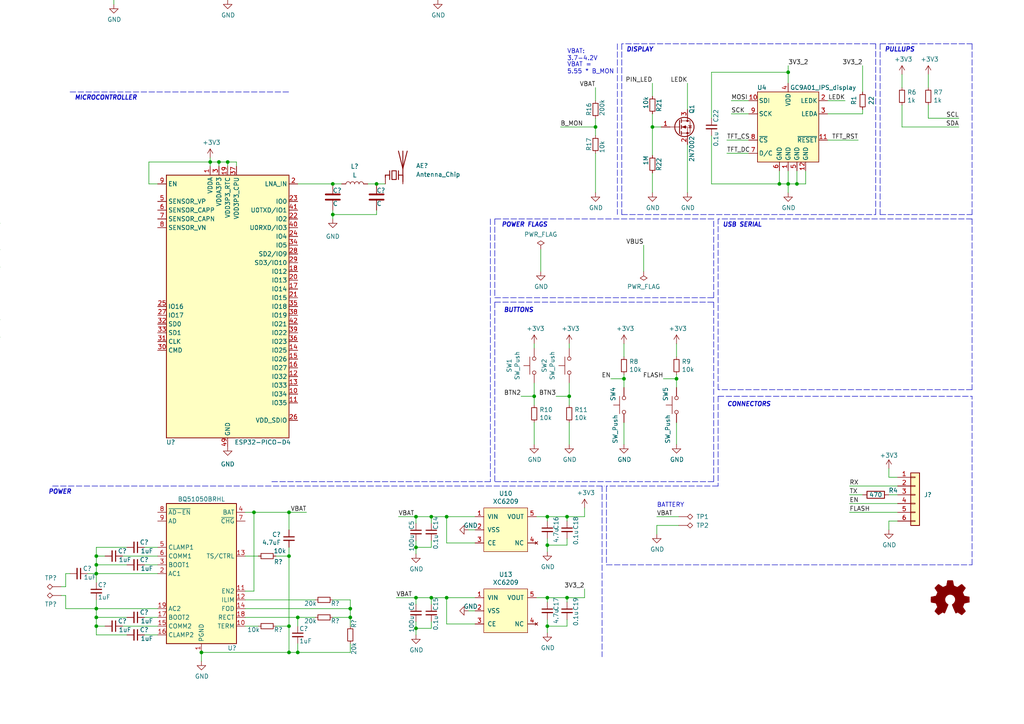
<source format=kicad_sch>
(kicad_sch (version 20210621) (generator eeschema)
  (paper "A4")
  (title_block (title "Open-Smartwatch-Light") (date "2021-02-18") (rev "3.3"))
  (junction (at -31.75 57.15) (diameter 0.9144))
  (junction (at -31.75 97.79) (diameter 0.9144))
  (junction (at 27.94 161.29) (diameter 0.9144))
  (junction (at 27.94 163.83) (diameter 0.9144))
  (junction (at 27.94 166.37) (diameter 0.9144))
  (junction (at 27.94 176.53) (diameter 0.9144))
  (junction (at 27.94 179.07) (diameter 0.9144))
  (junction (at 27.94 181.61) (diameter 0.9144))
  (junction (at 33.02 -33.02) (diameter 0.9144))
  (junction (at 33.02 -1.27) (diameter 0.9144))
  (junction (at 48.26 -33.02) (diameter 0.9144))
  (junction (at 48.26 -20.32) (diameter 0.9144))
  (junction (at 58.42 189.23) (diameter 0.9144))
  (junction (at 60.96 46.99) (diameter 0.9144))
  (junction (at 63.5 46.99) (diameter 0.9144))
  (junction (at 66.04 -1.27) (diameter 0.9144))
  (junction (at 66.04 46.99) (diameter 0.9144))
  (junction (at 71.12 -34.29) (diameter 0.9144))
  (junction (at 71.12 -1.27) (diameter 0.9144))
  (junction (at 73.66 148.59) (diameter 0.9144))
  (junction (at 83.82 148.59) (diameter 0.9144))
  (junction (at 83.82 161.29) (diameter 0.9144))
  (junction (at 83.82 181.61) (diameter 0.9144))
  (junction (at 83.82 189.23) (diameter 0.9144))
  (junction (at 86.36 179.07) (diameter 0.9144))
  (junction (at 86.36 189.23) (diameter 0.9144))
  (junction (at 87.63 -34.29) (diameter 0.9144))
  (junction (at 90.17 -34.29) (diameter 0.9144))
  (junction (at 96.52 53.34) (diameter 0.9144))
  (junction (at 96.52 62.23) (diameter 0.9144))
  (junction (at 101.6 176.53) (diameter 0.9144))
  (junction (at 101.6 179.07) (diameter 0.9144))
  (junction (at 102.87 -17.78) (diameter 0.9144))
  (junction (at 109.22 53.34) (diameter 0.9144))
  (junction (at 120.65 149.86) (diameter 0.9144))
  (junction (at 120.65 158.75) (diameter 0.9144))
  (junction (at 120.65 173.355) (diameter 0.9144))
  (junction (at 120.65 182.245) (diameter 0.9144))
  (junction (at 125.095 149.86) (diameter 0.9144))
  (junction (at 125.095 173.355) (diameter 0.9144))
  (junction (at 127 -34.29) (diameter 0.9144))
  (junction (at 127 -1.27) (diameter 0.9144))
  (junction (at 129.54 -34.29) (diameter 0.9144))
  (junction (at 129.54 -1.27) (diameter 0.9144))
  (junction (at 129.54 149.86) (diameter 0.9144))
  (junction (at 129.54 173.355) (diameter 0.9144))
  (junction (at 146.685 -1.27) (diameter 0.9144))
  (junction (at 154.94 114.935) (diameter 0.9144))
  (junction (at 158.75 149.86) (diameter 0.9144))
  (junction (at 158.75 158.115) (diameter 0.9144))
  (junction (at 158.75 173.355) (diameter 0.9144))
  (junction (at 158.75 181.61) (diameter 0.9144))
  (junction (at 164.465 149.86) (diameter 0.9144))
  (junction (at 164.465 173.355) (diameter 0.9144))
  (junction (at 165.1 114.935) (diameter 0.9144))
  (junction (at 172.72 36.83) (diameter 0.9144))
  (junction (at 180.975 109.855) (diameter 0.9144))
  (junction (at 189.23 36.83) (diameter 0.9144))
  (junction (at 196.215 109.855) (diameter 0.9144))
  (junction (at 226.06 53.34) (diameter 0.9144))
  (junction (at 228.6 20.955) (diameter 0.9144))
  (junction (at 228.6 53.34) (diameter 0.9144))
  (junction (at 231.14 53.34) (diameter 0.9144))
  (no_connect (at 45.72 -17.78))
  (no_connect (at 45.72 -15.24))
  (no_connect (at 144.78 -20.32))
  (no_connect (at 144.78 -17.78))
  (wire (pts (xy -41.91 57.15) (xy -31.75 57.15)))
  (wire (pts (xy -41.91 62.23) (xy -41.91 57.15)))
  (wire (pts (xy -41.91 67.31) (xy -41.91 97.79)))
  (wire (pts (xy -41.91 97.79) (xy -31.75 97.79)))
  (wire (pts (xy -38.1 85.09) (xy -29.21 85.09)))
  (wire (pts (xy -38.1 87.63) (xy -29.21 87.63)))
  (wire (pts (xy -38.1 90.17) (xy -29.21 90.17)))
  (wire (pts (xy -38.1 92.71) (xy -29.21 92.71)))
  (wire (pts (xy -31.75 57.15) (xy -31.75 54.61)))
  (wire (pts (xy -31.75 97.79) (xy -31.75 100.33)))
  (wire (pts (xy -29.21 57.15) (xy -31.75 57.15)))
  (wire (pts (xy -29.21 59.69) (xy -33.02 59.69)))
  (wire (pts (xy -29.21 67.31) (xy -35.56 67.31)))
  (wire (pts (xy -29.21 69.85) (xy -35.56 69.85)))
  (wire (pts (xy -29.21 74.93) (xy -38.1 74.93)))
  (wire (pts (xy -29.21 77.47) (xy -38.1 77.47)))
  (wire (pts (xy -29.21 80.01) (xy -34.29 80.01)))
  (wire (pts (xy -29.21 82.55) (xy -34.29 82.55)))
  (wire (pts (xy -29.21 97.79) (xy -31.75 97.79)))
  (wire (pts (xy -8.89 57.15) (xy -0.635 57.15)))
  (wire (pts (xy -8.89 64.77) (xy 0 64.77)))
  (wire (pts (xy -8.89 72.39) (xy 0 72.39)))
  (wire (pts (xy -8.89 74.93) (xy -2.54 74.93)))
  (wire (pts (xy -8.89 77.47) (xy 0 77.47)))
  (wire (pts (xy -8.89 87.63) (xy -2.54 87.63)))
  (wire (pts (xy -8.89 90.17) (xy -2.54 90.17)))
  (wire (pts (xy -8.89 97.79) (xy 0 97.79)))
  (wire (pts (xy 0 92.71) (xy -8.89 92.71)))
  (wire (pts (xy 16.51 -22.86) (xy 20.32 -22.86)))
  (wire (pts (xy 16.51 -20.32) (xy 20.32 -20.32)))
  (wire (pts (xy 17.78 170.18) (xy 19.05 170.18)))
  (wire (pts (xy 17.78 172.72) (xy 19.05 172.72)))
  (wire (pts (xy 19.05 166.37) (xy 19.05 170.18)))
  (wire (pts (xy 19.05 166.37) (xy 20.32 166.37)))
  (wire (pts (xy 19.05 172.72) (xy 19.05 176.53)))
  (wire (pts (xy 19.05 176.53) (xy 27.94 176.53)))
  (wire (pts (xy 25.4 166.37) (xy 27.94 166.37)))
  (wire (pts (xy 27.94 158.75) (xy 36.83 158.75)))
  (wire (pts (xy 27.94 161.29) (xy 27.94 158.75)))
  (wire (pts (xy 27.94 161.29) (xy 27.94 163.83)))
  (wire (pts (xy 27.94 163.83) (xy 27.94 166.37)))
  (wire (pts (xy 27.94 163.83) (xy 36.83 163.83)))
  (wire (pts (xy 27.94 166.37) (xy 45.72 166.37)))
  (wire (pts (xy 27.94 168.91) (xy 27.94 166.37)))
  (wire (pts (xy 27.94 173.99) (xy 27.94 176.53)))
  (wire (pts (xy 27.94 176.53) (xy 45.72 176.53)))
  (wire (pts (xy 27.94 179.07) (xy 27.94 176.53)))
  (wire (pts (xy 27.94 179.07) (xy 36.83 179.07)))
  (wire (pts (xy 27.94 181.61) (xy 27.94 179.07)))
  (wire (pts (xy 27.94 181.61) (xy 30.48 181.61)))
  (wire (pts (xy 27.94 184.15) (xy 27.94 181.61)))
  (wire (pts (xy 30.48 -33.02) (xy 30.48 -27.94)))
  (wire (pts (xy 30.48 161.29) (xy 27.94 161.29)))
  (wire (pts (xy 33.02 -34.29) (xy 33.02 -33.02)))
  (wire (pts (xy 33.02 -33.02) (xy 30.48 -33.02)))
  (wire (pts (xy 33.02 -33.02) (xy 33.02 -27.94)))
  (wire (pts (xy 33.02 -33.02) (xy 48.26 -33.02)))
  (wire (pts (xy 33.02 -1.27) (xy 33.02 -7.62)))
  (wire (pts (xy 33.02 1.27) (xy 33.02 -1.27)))
  (wire (pts (xy 35.56 161.29) (xy 45.72 161.29)))
  (wire (pts (xy 35.56 181.61) (xy 45.72 181.61)))
  (wire (pts (xy 36.83 184.15) (xy 27.94 184.15)))
  (wire (pts (xy 41.91 158.75) (xy 45.72 158.75)))
  (wire (pts (xy 41.91 163.83) (xy 45.72 163.83)))
  (wire (pts (xy 41.91 179.07) (xy 45.72 179.07)))
  (wire (pts (xy 41.91 184.15) (xy 45.72 184.15)))
  (wire (pts (xy 43.18 46.99) (xy 43.18 53.34)))
  (wire (pts (xy 43.18 53.34) (xy 45.72 53.34)))
  (wire (pts (xy 45.72 -20.32) (xy 48.26 -20.32)))
  (wire (pts (xy 48.26 -33.02) (xy 48.26 -29.21)))
  (wire (pts (xy 48.26 -33.02) (xy 52.07 -33.02)))
  (wire (pts (xy 48.26 -24.13) (xy 48.26 -20.32)))
  (wire (pts (xy 48.26 -20.32) (xy 48.26 -6.35)))
  (wire (pts (xy 52.07 -33.02) (xy 52.07 -31.75)))
  (wire (pts (xy 52.07 -26.67) (xy 52.07 -1.27)))
  (wire (pts (xy 52.07 -1.27) (xy 33.02 -1.27)))
  (wire (pts (xy 58.42 189.23) (xy 83.82 189.23)))
  (wire (pts (xy 58.42 191.77) (xy 58.42 189.23)))
  (wire (pts (xy 60.96 45.72) (xy 60.96 46.99)))
  (wire (pts (xy 60.96 46.99) (xy 43.18 46.99)))
  (wire (pts (xy 60.96 46.99) (xy 60.96 48.26)))
  (wire (pts (xy 60.96 46.99) (xy 63.5 46.99)))
  (wire (pts (xy 63.5 46.99) (xy 63.5 48.26)))
  (wire (pts (xy 63.5 46.99) (xy 66.04 46.99)))
  (wire (pts (xy 66.04 -34.29) (xy 71.12 -34.29)))
  (wire (pts (xy 66.04 -33.02) (xy 66.04 -34.29)))
  (wire (pts (xy 66.04 -2.54) (xy 66.04 -1.27)))
  (wire (pts (xy 66.04 -1.27) (xy 66.04 0)))
  (wire (pts (xy 66.04 -1.27) (xy 71.12 -1.27)))
  (wire (pts (xy 66.04 46.99) (xy 66.04 48.26)))
  (wire (pts (xy 68.58 46.99) (xy 66.04 46.99)))
  (wire (pts (xy 68.58 48.26) (xy 68.58 46.99)))
  (wire (pts (xy 71.12 -35.56) (xy 71.12 -34.29)))
  (wire (pts (xy 71.12 -34.29) (xy 71.12 -33.02)))
  (wire (pts (xy 71.12 -34.29) (xy 87.63 -34.29)))
  (wire (pts (xy 71.12 -2.54) (xy 71.12 -1.27)))
  (wire (pts (xy 71.12 -1.27) (xy 92.71 -1.27)))
  (wire (pts (xy 71.12 148.59) (xy 73.66 148.59)))
  (wire (pts (xy 71.12 161.29) (xy 74.93 161.29)))
  (wire (pts (xy 71.12 171.45) (xy 73.66 171.45)))
  (wire (pts (xy 71.12 173.99) (xy 91.44 173.99)))
  (wire (pts (xy 71.12 176.53) (xy 101.6 176.53)))
  (wire (pts (xy 71.12 179.07) (xy 86.36 179.07)))
  (wire (pts (xy 71.12 181.61) (xy 74.93 181.61)))
  (wire (pts (xy 73.66 148.59) (xy 73.66 171.45)))
  (wire (pts (xy 73.66 148.59) (xy 83.82 148.59)))
  (wire (pts (xy 80.01 181.61) (xy 83.82 181.61)))
  (wire (pts (xy 83.82 -25.4) (xy 87.63 -25.4)))
  (wire (pts (xy 83.82 -10.16) (xy 90.17 -10.16)))
  (wire (pts (xy 83.82 148.59) (xy 83.82 153.67)))
  (wire (pts (xy 83.82 148.59) (xy 88.9 148.59)))
  (wire (pts (xy 83.82 158.75) (xy 83.82 161.29)))
  (wire (pts (xy 83.82 161.29) (xy 80.01 161.29)))
  (wire (pts (xy 83.82 181.61) (xy 83.82 161.29)))
  (wire (pts (xy 83.82 181.61) (xy 83.82 189.23)))
  (wire (pts (xy 83.82 189.23) (xy 86.36 189.23)))
  (wire (pts (xy 86.36 53.34) (xy 96.52 53.34)))
  (wire (pts (xy 86.36 179.07) (xy 86.36 181.61)))
  (wire (pts (xy 86.36 179.07) (xy 91.44 179.07)))
  (wire (pts (xy 86.36 186.69) (xy 86.36 189.23)))
  (wire (pts (xy 86.36 189.23) (xy 101.6 189.23)))
  (wire (pts (xy 87.63 -34.29) (xy 87.63 -25.4)))
  (wire (pts (xy 87.63 -34.29) (xy 90.17 -34.29)))
  (wire (pts (xy 87.63 -20.32) (xy 83.82 -20.32)))
  (wire (pts (xy 87.63 -15.24) (xy 83.82 -15.24)))
  (wire (pts (xy 90.17 -34.29) (xy 90.17 -10.16)))
  (wire (pts (xy 90.17 -34.29) (xy 92.71 -34.29)))
  (wire (pts (xy 92.71 -34.29) (xy 92.71 -30.48)))
  (wire (pts (xy 92.71 -25.4) (xy 92.71 -1.27)))
  (wire (pts (xy 96.52 53.34) (xy 99.06 53.34)))
  (wire (pts (xy 96.52 62.23) (xy 96.52 60.96)))
  (wire (pts (xy 96.52 62.23) (xy 96.52 63.5)))
  (wire (pts (xy 96.52 173.99) (xy 101.6 173.99)))
  (wire (pts (xy 96.52 179.07) (xy 101.6 179.07)))
  (wire (pts (xy 101.6 173.99) (xy 101.6 176.53)))
  (wire (pts (xy 101.6 176.53) (xy 101.6 179.07)))
  (wire (pts (xy 101.6 179.07) (xy 101.6 181.61)))
  (wire (pts (xy 101.6 189.23) (xy 101.6 186.69)))
  (wire (pts (xy 102.87 -34.29) (xy 127 -34.29)))
  (wire (pts (xy 102.87 -17.78) (xy 102.87 -34.29)))
  (wire (pts (xy 102.87 -15.24) (xy 102.87 -17.78)))
  (wire (pts (xy 105.41 -22.86) (xy 109.22 -22.86)))
  (wire (pts (xy 105.41 -20.32) (xy 109.22 -20.32)))
  (wire (pts (xy 106.68 53.34) (xy 109.22 53.34)))
  (wire (pts (xy 109.22 -17.78) (xy 102.87 -17.78)))
  (wire (pts (xy 109.22 -15.24) (xy 102.87 -15.24)))
  (wire (pts (xy 109.22 53.34) (xy 111.76 53.34)))
  (wire (pts (xy 109.22 60.96) (xy 109.22 62.23)))
  (wire (pts (xy 109.22 62.23) (xy 96.52 62.23)))
  (wire (pts (xy 114.935 173.355) (xy 120.65 173.355)))
  (wire (pts (xy 115.57 149.86) (xy 120.65 149.86)))
  (wire (pts (xy 120.65 149.86) (xy 120.65 151.765)))
  (wire (pts (xy 120.65 149.86) (xy 125.095 149.86)))
  (wire (pts (xy 120.65 156.845) (xy 120.65 158.75)))
  (wire (pts (xy 120.65 158.75) (xy 120.65 160.655)))
  (wire (pts (xy 120.65 158.75) (xy 125.095 158.75)))
  (wire (pts (xy 120.65 173.355) (xy 120.65 175.26)))
  (wire (pts (xy 120.65 173.355) (xy 125.095 173.355)))
  (wire (pts (xy 120.65 180.34) (xy 120.65 182.245)))
  (wire (pts (xy 120.65 182.245) (xy 120.65 184.15)))
  (wire (pts (xy 120.65 182.245) (xy 125.095 182.245)))
  (wire (pts (xy 125.095 149.86) (xy 125.095 151.765)))
  (wire (pts (xy 125.095 149.86) (xy 129.54 149.86)))
  (wire (pts (xy 125.095 158.75) (xy 125.095 156.845)))
  (wire (pts (xy 125.095 173.355) (xy 125.095 175.26)))
  (wire (pts (xy 125.095 173.355) (xy 129.54 173.355)))
  (wire (pts (xy 125.095 182.245) (xy 125.095 180.34)))
  (wire (pts (xy 127 -36.195) (xy 127 -34.29)))
  (wire (pts (xy 127 -34.29) (xy 127 -33.02)))
  (wire (pts (xy 127 -34.29) (xy 129.54 -34.29)))
  (wire (pts (xy 127 -1.27) (xy 127 -2.54)))
  (wire (pts (xy 127 0) (xy 127 -1.27)))
  (wire (pts (xy 129.54 -34.29) (xy 129.54 -33.02)))
  (wire (pts (xy 129.54 -34.29) (xy 157.48 -34.29)))
  (wire (pts (xy 129.54 -2.54) (xy 129.54 -1.27)))
  (wire (pts (xy 129.54 -1.27) (xy 127 -1.27)))
  (wire (pts (xy 129.54 -1.27) (xy 146.685 -1.27)))
  (wire (pts (xy 129.54 149.86) (xy 129.54 157.48)))
  (wire (pts (xy 129.54 149.86) (xy 137.795 149.86)))
  (wire (pts (xy 129.54 173.355) (xy 129.54 180.975)))
  (wire (pts (xy 129.54 173.355) (xy 137.795 173.355)))
  (wire (pts (xy 135.89 153.67) (xy 137.795 153.67)))
  (wire (pts (xy 135.89 177.165) (xy 137.795 177.165)))
  (wire (pts (xy 137.795 157.48) (xy 129.54 157.48)))
  (wire (pts (xy 137.795 180.975) (xy 129.54 180.975)))
  (wire (pts (xy 144.78 -22.86) (xy 154.305 -22.86)))
  (wire (pts (xy 144.78 -12.7) (xy 146.685 -12.7)))
  (wire (pts (xy 146.685 -12.7) (xy 146.685 -9.525)))
  (wire (pts (xy 146.685 -4.445) (xy 146.685 -1.27)))
  (wire (pts (xy 146.685 -1.27) (xy 157.48 -1.27)))
  (wire (pts (xy 151.13 114.935) (xy 154.94 114.935)))
  (wire (pts (xy 154.94 100.965) (xy 154.94 99.695)))
  (wire (pts (xy 154.94 111.125) (xy 154.94 114.935)))
  (wire (pts (xy 154.94 114.935) (xy 154.94 117.475)))
  (wire (pts (xy 154.94 128.905) (xy 154.94 122.555)))
  (wire (pts (xy 155.575 149.86) (xy 158.75 149.86)))
  (wire (pts (xy 155.575 173.355) (xy 158.75 173.355)))
  (wire (pts (xy 156.845 72.39) (xy 156.845 78.74)))
  (wire (pts (xy 157.48 -34.29) (xy 157.48 -33.02)))
  (wire (pts (xy 157.48 -27.94) (xy 157.48 -1.27)))
  (wire (pts (xy 158.75 149.86) (xy 158.75 151.13)))
  (wire (pts (xy 158.75 149.86) (xy 164.465 149.86)))
  (wire (pts (xy 158.75 156.21) (xy 158.75 158.115)))
  (wire (pts (xy 158.75 158.115) (xy 158.75 160.02)))
  (wire (pts (xy 158.75 173.355) (xy 158.75 174.625)))
  (wire (pts (xy 158.75 173.355) (xy 164.465 173.355)))
  (wire (pts (xy 158.75 179.705) (xy 158.75 181.61)))
  (wire (pts (xy 158.75 181.61) (xy 158.75 183.515)))
  (wire (pts (xy 161.29 114.935) (xy 165.1 114.935)))
  (wire (pts (xy 164.465 149.86) (xy 164.465 151.13)))
  (wire (pts (xy 164.465 149.86) (xy 169.545 149.86)))
  (wire (pts (xy 164.465 156.21) (xy 164.465 158.115)))
  (wire (pts (xy 164.465 158.115) (xy 158.75 158.115)))
  (wire (pts (xy 164.465 173.355) (xy 164.465 174.625)))
  (wire (pts (xy 164.465 173.355) (xy 169.545 173.355)))
  (wire (pts (xy 164.465 179.705) (xy 164.465 181.61)))
  (wire (pts (xy 164.465 181.61) (xy 158.75 181.61)))
  (wire (pts (xy 165.1 99.695) (xy 165.1 100.965)))
  (wire (pts (xy 165.1 114.935) (xy 165.1 111.125)))
  (wire (pts (xy 165.1 117.475) (xy 165.1 114.935)))
  (wire (pts (xy 165.1 128.905) (xy 165.1 122.555)))
  (wire (pts (xy 169.545 147.32) (xy 169.545 149.86)))
  (wire (pts (xy 169.545 173.355) (xy 169.545 170.815)))
  (wire (pts (xy 172.72 29.21) (xy 172.72 25.4)))
  (wire (pts (xy 172.72 34.29) (xy 172.72 36.83)))
  (wire (pts (xy 172.72 36.83) (xy 162.56 36.83)))
  (wire (pts (xy 172.72 36.83) (xy 172.72 39.37)))
  (wire (pts (xy 172.72 44.45) (xy 172.72 55.88)))
  (wire (pts (xy 177.165 109.855) (xy 180.975 109.855)))
  (wire (pts (xy 180.975 99.695) (xy 180.975 103.505)))
  (wire (pts (xy 180.975 109.855) (xy 180.975 108.585)))
  (wire (pts (xy 180.975 112.395) (xy 180.975 109.855)))
  (wire (pts (xy 180.975 128.905) (xy 180.975 122.555)))
  (wire (pts (xy 186.69 78.74) (xy 186.69 71.12)))
  (wire (pts (xy 189.23 24.13) (xy 189.23 27.94)))
  (wire (pts (xy 189.23 33.02) (xy 189.23 36.83)))
  (wire (pts (xy 189.23 36.83) (xy 189.23 45.085)))
  (wire (pts (xy 189.23 36.83) (xy 191.77 36.83)))
  (wire (pts (xy 189.23 55.88) (xy 189.23 50.165)))
  (wire (pts (xy 190.5 152.4) (xy 190.5 154.94)))
  (wire (pts (xy 196.215 103.505) (xy 196.215 99.695)))
  (wire (pts (xy 196.215 108.585) (xy 196.215 109.855)))
  (wire (pts (xy 196.215 109.855) (xy 192.405 109.855)))
  (wire (pts (xy 196.215 109.855) (xy 196.215 112.395)))
  (wire (pts (xy 196.215 128.905) (xy 196.215 122.555)))
  (wire (pts (xy 196.85 149.86) (xy 190.5 149.86)))
  (wire (pts (xy 196.85 152.4) (xy 190.5 152.4)))
  (wire (pts (xy 199.39 24.13) (xy 199.39 31.75)))
  (wire (pts (xy 199.39 55.88) (xy 199.39 41.91)))
  (wire (pts (xy 206.375 20.955) (xy 206.375 34.29)))
  (wire (pts (xy 206.375 39.37) (xy 206.375 53.34)))
  (wire (pts (xy 206.375 53.34) (xy 226.06 53.34)))
  (wire (pts (xy 217.17 29.21) (xy 212.09 29.21)))
  (wire (pts (xy 217.17 33.02) (xy 212.09 33.02)))
  (wire (pts (xy 217.17 40.64) (xy 210.82 40.64)))
  (wire (pts (xy 217.17 44.45) (xy 210.82 44.45)))
  (wire (pts (xy 226.06 49.53) (xy 226.06 53.34)))
  (wire (pts (xy 228.6 19.05) (xy 228.6 20.955)))
  (wire (pts (xy 228.6 20.955) (xy 206.375 20.955)))
  (wire (pts (xy 228.6 20.955) (xy 228.6 24.13)))
  (wire (pts (xy 228.6 49.53) (xy 228.6 53.34)))
  (wire (pts (xy 228.6 53.34) (xy 226.06 53.34)))
  (wire (pts (xy 228.6 53.34) (xy 228.6 55.88)))
  (wire (pts (xy 231.14 49.53) (xy 231.14 53.34)))
  (wire (pts (xy 231.14 53.34) (xy 228.6 53.34)))
  (wire (pts (xy 233.68 49.53) (xy 233.68 53.34)))
  (wire (pts (xy 233.68 53.34) (xy 231.14 53.34)))
  (wire (pts (xy 240.03 40.64) (xy 248.92 40.64)))
  (wire (pts (xy 245.11 29.21) (xy 240.03 29.21)))
  (wire (pts (xy 246.38 140.97) (xy 260.35 140.97)))
  (wire (pts (xy 246.38 143.51) (xy 250.19 143.51)))
  (wire (pts (xy 246.38 146.05) (xy 260.35 146.05)))
  (wire (pts (xy 246.38 148.59) (xy 260.35 148.59)))
  (wire (pts (xy 250.19 26.67) (xy 250.19 19.05)))
  (wire (pts (xy 250.19 31.75) (xy 250.19 33.02)))
  (wire (pts (xy 250.19 33.02) (xy 240.03 33.02)))
  (wire (pts (xy 257.81 135.89) (xy 257.81 138.43)))
  (wire (pts (xy 257.81 138.43) (xy 260.35 138.43)))
  (wire (pts (xy 257.81 143.51) (xy 260.35 143.51)))
  (wire (pts (xy 257.81 151.13) (xy 260.35 151.13)))
  (wire (pts (xy 257.81 153.67) (xy 257.81 151.13)))
  (wire (pts (xy 261.62 21.59) (xy 261.62 25.4)))
  (wire (pts (xy 261.62 30.48) (xy 261.62 36.83)))
  (wire (pts (xy 261.62 36.83) (xy 278.13 36.83)))
  (wire (pts (xy 269.24 21.59) (xy 269.24 25.4)))
  (wire (pts (xy 269.24 30.48) (xy 269.24 34.29)))
  (wire (pts (xy 269.24 34.29) (xy 278.13 34.29)))
  (polyline (pts (xy 15.24 140.97) (xy 175.26 140.97)) (stroke (width 0) (type dash)))
  (polyline (pts (xy 20.32 26.67) (xy 83.82 26.67)) (stroke (width 0) (type dash)))
  (polyline (pts (xy 142.24 63.5) (xy 142.24 139.7)) (stroke (width 0) (type dash)))
  (polyline (pts (xy 142.24 139.7) (xy 78.74 139.7)) (stroke (width 0) (type dash)))
  (polyline (pts (xy 143.51 63.5) (xy 143.51 86.36)) (stroke (width 0) (type dash)))
  (polyline (pts (xy 143.51 86.36) (xy 207.01 86.36)) (stroke (width 0) (type dash)))
  (polyline (pts (xy 143.51 87.63) (xy 143.51 139.7)) (stroke (width 0) (type dash)))
  (polyline (pts (xy 143.51 87.63) (xy 207.01 87.63)) (stroke (width 0) (type dash)))
  (polyline (pts (xy 174.625 140.97) (xy 174.625 190.5)) (stroke (width 0) (type dash)))
  (polyline (pts (xy 175.895 140.97) (xy 175.895 163.83)) (stroke (width 0) (type dash)))
  (polyline (pts (xy 175.895 163.83) (xy 281.94 163.83)) (stroke (width 0) (type dash)))
  (polyline (pts (xy 179.07 12.7) (xy 179.07 62.23)) (stroke (width 0) (type dash)))
  (polyline (pts (xy 180.34 12.7) (xy 180.34 62.23)) (stroke (width 0) (type dash)))
  (polyline (pts (xy 180.34 62.23) (xy 254 62.23)) (stroke (width 0) (type dash)))
  (polyline (pts (xy 207.01 63.5) (xy 143.51 63.5)) (stroke (width 0) (type dash)))
  (polyline (pts (xy 207.01 86.36) (xy 207.01 63.5)) (stroke (width 0) (type dash)))
  (polyline (pts (xy 207.01 87.63) (xy 207.01 139.7)) (stroke (width 0) (type dash)))
  (polyline (pts (xy 207.01 139.7) (xy 143.51 139.7)) (stroke (width 0) (type dash)))
  (polyline (pts (xy 208.28 113.03) (xy 208.28 63.5)) (stroke (width 0) (type dash)))
  (polyline (pts (xy 208.28 114.935) (xy 208.28 140.97)) (stroke (width 0) (type dash)))
  (polyline (pts (xy 208.28 114.935) (xy 281.94 114.935)) (stroke (width 0) (type dash)))
  (polyline (pts (xy 208.28 140.97) (xy 175.895 140.97)) (stroke (width 0) (type dash)))
  (polyline (pts (xy 254 12.7) (xy 180.34 12.7)) (stroke (width 0) (type dash)))
  (polyline (pts (xy 254 62.23) (xy 254 12.7)) (stroke (width 0) (type dash)))
  (polyline (pts (xy 255.27 12.7) (xy 255.27 62.23)) (stroke (width 0) (type dash)))
  (polyline (pts (xy 255.27 12.7) (xy 281.94 12.7)) (stroke (width 0) (type dash)))
  (polyline (pts (xy 255.27 62.23) (xy 281.94 62.23)) (stroke (width 0) (type dash)))
  (polyline (pts (xy 281.94 12.7) (xy 281.94 62.23)) (stroke (width 0) (type dash)))
  (polyline (pts (xy 281.94 63.5) (xy 208.28 63.5)) (stroke (width 0) (type dash)))
  (polyline (pts (xy 281.94 63.5) (xy 281.94 113.03)) (stroke (width 0) (type dash)))
  (polyline (pts (xy 281.94 113.03) (xy 208.28 113.03)) (stroke (width 0) (type dash)))
  (polyline (pts (xy 281.94 163.83) (xy 281.94 114.935)) (stroke (width 0) (type dash)))
  (text "POWER" (at 13.97 143.51 0) (effects (font (size 1.27 1.27) (thickness 0.254) bold italic) (justify left bottom)))
  (text "SENSORS" (at 16.51 -39.37 0) (effects (font (size 1.27 1.27) (thickness 0.254) bold italic) (justify left bottom)))
  (text "MICROCONTROLLER" (at 21.59 29.21 0) (effects (font (size 1.27 1.27) (thickness 0.254) bold italic) (justify left bottom)))
  (text "RV-3028-C7" (at 26.67 -13.97 0) (effects (font (size 1.27 1.27)) (justify left bottom)))
  (text "I2C addr\n0x68" (at 36.83 -1.905 0) (effects (font (size 1.27 1.27)) (justify left bottom)))
  (text "I2C addr\n0x77\n\n" (at 73.025 1.27 0) (effects (font (size 1.27 1.27)) (justify left bottom)))
  (text "I2C addr\n0x68\n" (at 133.985 -0.635 0) (effects (font (size 1.27 1.27)) (justify left bottom)))
  (text "POWER FLAGS" (at 145.415 66.04 0) (effects (font (size 1.27 1.27) (thickness 0.254) bold italic) (justify left bottom)))
  (text "BUTTONS" (at 146.05 90.805 0) (effects (font (size 1.27 1.27) (thickness 0.254) bold italic) (justify left bottom)))
  (text "VBAT:\n3.7-4.2V" (at 164.465 17.78 0) (effects (font (size 1.27 1.27)) (justify left bottom)))
  (text "VBAT =\n5.55 * B_MON\n" (at 164.465 21.59 0) (effects (font (size 1.27 1.27)) (justify left bottom)))
  (text "DISPLAY" (at 181.61 15.24 0) (effects (font (size 1.27 1.27) (thickness 0.254) bold italic) (justify left bottom)))
  (text "BATTERY" (at 190.5 147.32 0) (effects (font (size 1.27 1.27)) (justify left bottom)))
  (text "USB SERIAL" (at 209.55 66.04 0) (effects (font (size 1.27 1.27) (thickness 0.254) bold italic) (justify left bottom)))
  (text "CONNECTORS" (at 210.82 118.11 0) (effects (font (size 1.27 1.27) (thickness 0.254) bold italic) (justify left bottom)))
  (text "PULLUPS" (at 256.54 15.24 0) (effects (font (size 1.27 1.27) (thickness 0.254) bold italic) (justify left bottom)))
  (label "RTC_INT" (at -38.1 74.93 0))
  (label "TFT_RST" (at -38.1 77.47 0))
  (label "BTN2" (at -38.1 85.09 0))
  (label "BTN3" (at -38.1 87.63 0))
  (label "DRDY_MAG" (at -38.1 90.17 0))
  (label "STAT_PWR" (at -38.1 92.71 0))
  (label "RX" (at -35.56 67.31 0))
  (label "TX" (at -35.56 69.85 0))
  (label "IO34" (at -34.29 80.01 0))
  (label "IO35" (at -34.29 82.55 0))
  (label "EN" (at -33.02 59.69 0))
  (label "MOSI" (at -2.54 74.93 180))
  (label "SDA" (at -2.54 87.63 180))
  (label "SCL" (at -2.54 90.17 180))
  (label "FLASH" (at -0.635 57.15 180))
  (label "TFT_CS" (at 0 64.77 180))
  (label "TFT_DC" (at 0 72.39 180))
  (label "SCK" (at 0 77.47 180))
  (label "B_MON" (at 0 92.71 180))
  (label "PIN_LED" (at 0 97.79 180))
  (label "SCL" (at 16.51 -22.86 0))
  (label "SDA" (at 16.51 -20.32 0))
  (label "RTC_INT" (at 48.26 -6.35 90))
  (label "SCL" (at 87.63 -20.32 180))
  (label "SDA" (at 87.63 -15.24 180))
  (label "VBAT" (at 88.9 148.59 180))
  (label "SCL" (at 105.41 -22.86 0))
  (label "SDA" (at 105.41 -20.32 0))
  (label "VBAT" (at 114.935 173.355 0))
  (label "VBAT" (at 115.57 149.86 0))
  (label "BTN2" (at 151.13 114.935 180))
  (label "DRDY_MAG" (at 154.305 -22.86 180))
  (label "BTN3" (at 161.29 114.935 180))
  (label "B_MON" (at 162.56 36.83 0))
  (label "3V3_2" (at 169.545 170.815 180))
  (label "VBAT" (at 172.72 25.4 180))
  (label "EN" (at 177.165 109.855 180))
  (label "VBUS" (at 186.69 71.12 180))
  (label "PIN_LED" (at 189.23 24.13 180))
  (label "VBAT" (at 190.5 149.86 0))
  (label "FLASH" (at 192.405 109.855 180))
  (label "LEDK" (at 199.39 24.13 180))
  (label "TFT_CS" (at 210.82 40.64 0))
  (label "TFT_DC" (at 210.82 44.45 0))
  (label "MOSI" (at 212.09 29.21 0))
  (label "SCK" (at 212.09 33.02 0))
  (label "3V3_2" (at 228.6 19.05 0))
  (label "LEDK" (at 245.11 29.21 180))
  (label "RX" (at 246.38 140.97 0))
  (label "TX" (at 246.38 143.51 0))
  (label "EN" (at 246.38 146.05 0))
  (label "FLASH" (at 246.38 148.59 0))
  (label "TFT_RST" (at 248.92 40.64 180))
  (label "3V3_2" (at 250.19 19.05 180))
  (label "SCL" (at 278.13 34.29 180))
  (label "SDA" (at 278.13 36.83 180))
  (symbol (lib_id "power:+3V3") (at -31.75 54.61 0) (unit 1)
    (property "Reference" "#PWR017" (effects hide))
    (property "Value" "+3V3" (at -31.369 50.2158 0))
  )
  (symbol (lib_id "power:+3V3") (at 33.02 -34.29 0) (unit 1)
    (property "Reference" "#PWR03" (effects hide))
    (property "Value" "+3V3" (at 33.401 -38.6842 0))
  )
  (symbol (lib_id "power:+3V3") (at 60.96 45.72 0) (unit 1)
    (property "Reference" "#PWR?" (effects hide))
    (property "Value" "+3V3" (at 61.341 41.3258 0))
  )
  (symbol (lib_id "power:+3V3") (at 71.12 -35.56 0) (unit 1)
    (property "Reference" "#PWR0105" (effects hide))
    (property "Value" "+3V3" (at 71.501 -39.9542 0))
  )
  (symbol (lib_id "power:+3V3") (at 127 -36.195 0) (unit 1)
    (property "Reference" "#PWR02" (effects hide))
    (property "Value" "+3V3" (at 127.381 -40.5892 0))
  )
  (symbol (lib_id "power:+3V3") (at 154.94 99.695 0) (unit 1)
    (property "Reference" "#PWR027" (effects hide))
    (property "Value" "+3V3" (at 155.321 95.3008 0))
  )
  (symbol (lib_id "power:+3V3") (at 165.1 99.695 0) (unit 1)
    (property "Reference" "#PWR028" (effects hide))
    (property "Value" "+3V3" (at 165.481 95.3008 0))
  )
  (symbol (lib_id "power:+3V3") (at 169.545 147.32 0) (unit 1)
    (property "Reference" "#PWR021" (effects hide))
    (property "Value" "+3V3" (at 169.926 142.9258 0))
  )
  (symbol (lib_id "power:+3V3") (at 180.975 99.695 0) (unit 1)
    (property "Reference" "#PWR030" (effects hide))
    (property "Value" "+3V3" (at 181.356 95.3008 0))
  )
  (symbol (lib_id "power:+3V3") (at 196.215 99.695 0) (unit 1)
    (property "Reference" "#PWR031" (effects hide))
    (property "Value" "+3V3" (at 196.596 95.3008 0))
  )
  (symbol (lib_id "power:+3V3") (at 257.81 135.89 0) (unit 1)
    (property "Reference" "#PWR?" (effects hide))
    (property "Value" "+3V3" (at 257.81 132.08 0))
  )
  (symbol (lib_id "power:+3V3") (at 261.62 21.59 0) (unit 1)
    (property "Reference" "#PWR022" (effects hide))
    (property "Value" "+3V3" (at 262.001 17.1958 0))
  )
  (symbol (lib_id "power:+3V3") (at 269.24 21.59 0) (unit 1)
    (property "Reference" "#PWR023" (effects hide))
    (property "Value" "+3V3" (at 269.621 17.1958 0))
  )
  (symbol (lib_id "power:PWR_FLAG") (at 156.845 72.39 0) (unit 1)
    (property "Reference" "#FLG01" (effects hide))
    (property "Value" "PWR_FLAG" (at 156.845 67.9958 0))
  )
  (symbol (lib_id "power:PWR_FLAG") (at 186.69 78.74 180) (unit 1)
    (property "Reference" "#FLG05" (effects hide))
    (property "Value" "PWR_FLAG" (at 186.69 83.1342 0))
  )
  (symbol (lib_id "Connector:TestPoint_Alt") (at 17.78 170.18 90) (mirror x) (unit 1)
    (property "Reference" "TP?" (at 16.51 167.6399 90) (effects (justify left)))
    (property "Value" "BATT-VCC" (effects hide))
    (property "Footprint" "TestPoint:TestPoint_Pad_3.0x3.0mm" (effects hide))
  )
  (symbol (lib_id "Connector:TestPoint_Alt") (at 17.78 172.72 90) (mirror x) (unit 1)
    (property "Reference" "TP?" (at 16.51 175.2599 90) (effects (justify left)))
    (property "Value" "BATT-VCC" (effects hide))
    (property "Footprint" "TestPoint:TestPoint_Pad_3.0x3.0mm" (effects hide))
  )
  (symbol (lib_id "Connector:TestPoint_Alt") (at 196.85 149.86 270) (unit 1)
    (property "Reference" "TP1" (at 201.93 149.8599 90) (effects (justify left)))
    (property "Value" "BATT-VCC" (effects hide))
    (property "Footprint" "TestPoint:TestPoint_Pad_3.0x3.0mm" (effects hide))
  )
  (symbol (lib_id "Connector:TestPoint_Alt") (at 196.85 152.4 270) (unit 1)
    (property "Reference" "TP2" (at 201.93 152.3999 90) (effects (justify left)))
    (property "Value" "BATT-VCC" (effects hide))
    (property "Footprint" "TestPoint:TestPoint_Pad_3.0x3.0mm" (effects hide))
  )
  (symbol (lib_id "power:GND") (at -31.75 100.33 0) (unit 1)
    (property "Reference" "#PWR01" (effects hide))
    (property "Value" "GND" (at -31.623 104.7242 0))
  )
  (symbol (lib_id "power:GND") (at 33.02 1.27 0) (unit 1)
    (property "Reference" "#PWR09" (effects hide))
    (property "Value" "GND" (at 33.147 5.6642 0))
  )
  (symbol (lib_id "power:GND") (at 58.42 191.77 0) (unit 1)
    (property "Reference" "#PWR?" (effects hide))
    (property "Value" "GND" (at 58.547 196.1642 0))
  )
  (symbol (lib_id "power:GND") (at 66.04 0 0) (unit 1)
    (property "Reference" "#PWR0104" (effects hide))
    (property "Value" "GND" (at 66.167 4.3942 0))
  )
  (symbol (lib_id "power:GND") (at 66.04 129.54 0) (unit 1)
    (property "Reference" "#PWR?" (effects hide))
    (property "Value" "GND" (at 66.04 134.62 0))
  )
  (symbol (lib_id "power:GND") (at 96.52 63.5 0) (unit 1)
    (property "Reference" "#PWR?" (effects hide))
    (property "Value" "GND" (at 96.52 68.58 0))
  )
  (symbol (lib_id "power:GND") (at 120.65 160.655 0) (unit 1)
    (property "Reference" "#PWR018" (effects hide))
    (property "Value" "GND" (at 120.777 165.0492 0))
  )
  (symbol (lib_id "power:GND") (at 120.65 184.15 0) (unit 1)
    (property "Reference" "#PWR04" (effects hide))
    (property "Value" "GND" (at 120.777 188.5442 0))
  )
  (symbol (lib_id "power:GND") (at 127 0 0) (unit 1)
    (property "Reference" "#PWR06" (effects hide))
    (property "Value" "GND" (at 127.127 4.3942 0))
  )
  (symbol (lib_id "power:GND") (at 135.89 153.67 270) (unit 1)
    (property "Reference" "#PWR07" (effects hide))
    (property "Value" "GND" (at 136.525 152.4 90))
  )
  (symbol (lib_id "power:GND") (at 135.89 177.165 270) (unit 1)
    (property "Reference" "#PWR012" (effects hide))
    (property "Value" "GND" (at 136.525 175.895 90))
  )
  (symbol (lib_id "power:GND") (at 154.94 128.905 0) (unit 1)
    (property "Reference" "#PWR035" (effects hide))
    (property "Value" "GND" (at 155.067 133.2992 0))
  )
  (symbol (lib_id "power:GND") (at 156.845 78.74 0) (unit 1)
    (property "Reference" "#PWR059" (effects hide))
    (property "Value" "GND" (at 156.972 83.1342 0))
  )
  (symbol (lib_id "power:GND") (at 158.75 160.02 0) (unit 1)
    (property "Reference" "#PWR016" (effects hide))
    (property "Value" "GND" (at 158.877 164.4142 0))
  )
  (symbol (lib_id "power:GND") (at 158.75 183.515 0) (unit 1)
    (property "Reference" "#PWR019" (effects hide))
    (property "Value" "GND" (at 158.877 187.9092 0))
  )
  (symbol (lib_id "power:GND") (at 165.1 128.905 0) (unit 1)
    (property "Reference" "#PWR036" (effects hide))
    (property "Value" "GND" (at 165.227 133.2992 0))
  )
  (symbol (lib_id "power:GND") (at 172.72 55.88 0) (unit 1)
    (property "Reference" "#PWR053" (effects hide))
    (property "Value" "GND" (at 172.847 60.2742 0))
  )
  (symbol (lib_id "power:GND") (at 180.975 128.905 0) (unit 1)
    (property "Reference" "#PWR038" (effects hide))
    (property "Value" "GND" (at 181.102 133.2992 0))
  )
  (symbol (lib_id "power:GND") (at 189.23 55.88 0) (unit 1)
    (property "Reference" "#PWR0101" (effects hide))
    (property "Value" "GND" (at 189.357 60.2742 0))
  )
  (symbol (lib_id "power:GND") (at 190.5 154.94 0) (unit 1)
    (property "Reference" "#PWR032" (effects hide))
    (property "Value" "GND" (at 190.627 159.3342 0))
  )
  (symbol (lib_id "power:GND") (at 196.215 128.905 0) (unit 1)
    (property "Reference" "#PWR039" (effects hide))
    (property "Value" "GND" (at 196.342 133.2992 0))
  )
  (symbol (lib_id "power:GND") (at 199.39 55.88 0) (unit 1)
    (property "Reference" "#PWR08" (effects hide))
    (property "Value" "GND" (at 199.517 60.2742 0))
  )
  (symbol (lib_id "power:GND") (at 228.6 55.88 0) (unit 1)
    (property "Reference" "#PWR014" (effects hide))
    (property "Value" "GND" (at 228.727 60.2742 0))
  )
  (symbol (lib_id "power:GND") (at 257.81 153.67 0) (unit 1)
    (property "Reference" "#PWR?" (effects hide))
    (property "Value" "GND" (at 257.937 158.0642 0))
  )
  (symbol (lib_id "Device:L") (at 102.87 53.34 90) (unit 1)
    (property "Reference" "L?" (at 102.87 48.26 90))
    (property "Value" "L" (at 102.87 50.8 90))
  )
  (symbol (lib_id "Device:R_Small") (at 48.26 -26.67 180) (unit 1)
    (property "Reference" "R18" (at 52.07 -25.4 0) (effects (justify left)))
    (property "Value" "2.2K" (at 53.975 -27.305 0) (effects (justify left)))
    (property "Footprint" "Resistor_SMD:R_0603_1608Metric" (effects hide))
  )
  (symbol (lib_id "Device:R_Small") (at 77.47 161.29 90) (unit 1)
    (property "Reference" "R?" (at 82.0166 162.9664 90) (effects (justify left)))
    (property "Value" "10k" (at 81.153 159.7914 90))
    (property "Footprint" "Resistor_SMD:R_0603_1608Metric" (effects hide))
  )
  (symbol (lib_id "Device:R_Small") (at 77.47 181.61 90) (unit 1)
    (property "Reference" "R?" (at 82.0166 182.6514 90) (effects (justify left)))
    (property "Value" "10k" (at 73.533 182.6514 90))
    (property "Footprint" "Resistor_SMD:R_0603_1608Metric" (effects hide))
  )
  (symbol (lib_id "Device:R_Small") (at 93.98 173.99 90) (unit 1)
    (property "Reference" "R?" (at 98.5266 175.0314 90) (effects (justify left)))
    (property "Value" "20k" (at 90.043 175.0314 90))
    (property "Footprint" "Resistor_SMD:R_0603_1608Metric" (effects hide))
  )
  (symbol (lib_id "Device:R_Small") (at 93.98 179.07 90) (unit 1)
    (property "Reference" "R?" (at 98.5266 180.1114 90) (effects (justify left)))
    (property "Value" "20k" (at 90.043 180.1114 90))
    (property "Footprint" "Resistor_SMD:R_0603_1608Metric" (effects hide))
  )
  (symbol (lib_id "Device:R_Small") (at 101.6 184.15 180) (unit 1)
    (property "Reference" "R?" (at 102.6414 179.6034 90) (effects (justify left)))
    (property "Value" "20k" (at 102.6414 188.087 90))
    (property "Footprint" "Resistor_SMD:R_0603_1608Metric" (effects hide))
  )
  (symbol (lib_id "Device:R_Small") (at 154.94 120.015 0) (unit 1)
    (property "Reference" "R10" (at 156.4386 118.8466 0) (effects (justify left)))
    (property "Value" "10k" (at 156.4386 121.158 0) (effects (justify left)))
    (property "Footprint" "Resistor_SMD:R_0603_1608Metric" (effects hide))
  )
  (symbol (lib_id "Device:R_Small") (at 165.1 120.015 0) (unit 1)
    (property "Reference" "R11" (at 166.5986 118.8466 0) (effects (justify left)))
    (property "Value" "10k" (at 166.5986 121.158 0) (effects (justify left)))
    (property "Footprint" "Resistor_SMD:R_0603_1608Metric" (effects hide))
  )
  (symbol (lib_id "Device:R_Small") (at 172.72 31.75 0) (unit 1)
    (property "Reference" "R16" (at 170.815 33.655 90) (effects (justify left)))
    (property "Value" "200k" (at 174.625 33.655 90) (effects (justify left)))
    (property "Footprint" "Resistor_SMD:R_0603_1608Metric" (effects hide))
  )
  (symbol (lib_id "Device:R_Small") (at 172.72 41.91 0) (unit 1)
    (property "Reference" "R17" (at 170.815 43.815 90) (effects (justify left)))
    (property "Value" "10k" (at 174.625 44.45 90) (effects (justify left)))
    (property "Footprint" "Resistor_SMD:R_0603_1608Metric" (effects hide))
  )
  (symbol (lib_id "Device:R_Small") (at 180.975 106.045 0) (unit 1)
    (property "Reference" "R8" (at 182.4736 104.8766 0) (effects (justify left)))
    (property "Value" "10k" (at 182.4736 107.188 0) (effects (justify left)))
    (property "Footprint" "Resistor_SMD:R_0603_1608Metric" (effects hide))
  )
  (symbol (lib_id "Device:R_Small") (at 189.23 30.48 180) (unit 1)
    (property "Reference" "R21" (at 191.135 28.575 90) (effects (justify left)))
    (property "Value" "10k" (at 187.325 27.94 90) (effects (justify left)))
    (property "Footprint" "Resistor_SMD:R_0603_1608Metric" (effects hide))
  )
  (symbol (lib_id "Device:R_Small") (at 189.23 47.625 180) (unit 1)
    (property "Reference" "R22" (at 191.135 45.72 90) (effects (justify left)))
    (property "Value" "1M" (at 187.325 45.085 90) (effects (justify left)))
    (property "Footprint" "Resistor_SMD:R_0603_1608Metric" (effects hide))
  )
  (symbol (lib_id "Device:R_Small") (at 196.215 106.045 0) (unit 1)
    (property "Reference" "R9" (at 197.7136 104.8766 0) (effects (justify left)))
    (property "Value" "10k" (at 197.7136 107.188 0) (effects (justify left)))
    (property "Footprint" "Resistor_SMD:R_0603_1608Metric" (effects hide))
  )
  (symbol (lib_id "Device:R_Small") (at 250.19 29.21 0) (unit 1)
    (property "Reference" "R1" (at 247.65 30.48 90) (effects (justify left)))
    (property "Value" "22" (at 252.73 30.48 90) (effects (justify left)))
    (property "Footprint" "Resistor_SMD:R_0603_1608Metric" (effects hide))
  )
  (symbol (lib_id "Device:R_Small") (at 261.62 27.94 0) (unit 1)
    (property "Reference" "R6" (at 263.1186 26.7716 0) (effects (justify left)))
    (property "Value" "1k" (at 263.1186 29.083 0) (effects (justify left)))
    (property "Footprint" "Resistor_SMD:R_0603_1608Metric" (effects hide))
  )
  (symbol (lib_id "Device:R_Small") (at 269.24 27.94 0) (unit 1)
    (property "Reference" "R7" (at 270.7386 26.7716 0) (effects (justify left)))
    (property "Value" "1k" (at 270.7386 29.083 0) (effects (justify left)))
    (property "Footprint" "Resistor_SMD:R_0603_1608Metric" (effects hide))
  )
  (symbol (lib_id "Device:R") (at 254 143.51 90) (unit 1)
    (property "Reference" "R4" (at 259.08 142.24 90))
    (property "Value" "470" (at 254 143.51 90))
  )
  (symbol (lib_id "Device:C_Small") (at -41.91 64.77 0) (unit 1)
    (property "Reference" "C8" (at -40.132 62.992 0) (effects (justify left)))
    (property "Value" "0.1u" (at -40.894 66.548 0) (effects (justify left)))
    (property "Footprint" "Capacitor_SMD:C_0603_1608Metric" (effects hide))
  )
  (symbol (lib_id "Device:C_Small") (at 22.86 166.37 270) (unit 1)
    (property "Reference" "C?" (at 24.0284 164.8968 90) (effects (justify left)))
    (property "Value" "1uF" (at 24.257 167.4368 90) (effects (justify left)))
    (property "Footprint" "Capacitor_SMD:C_0603_1608Metric" (effects hide))
  )
  (symbol (lib_id "Device:C_Small") (at 27.94 171.45 0) (unit 1)
    (property "Reference" "C?" (at 28.3718 169.6466 0) (effects (justify left)))
    (property "Value" "1uF" (at 28.3718 173.228 0) (effects (justify left)))
    (property "Footprint" "Capacitor_SMD:C_0603_1608Metric" (effects hide))
  )
  (symbol (lib_id "Device:C_Small") (at 33.02 161.29 270) (unit 1)
    (property "Reference" "C?" (at 34.1884 159.8168 90) (effects (justify left)))
    (property "Value" "1uF" (at 34.417 162.3568 90) (effects (justify left)))
    (property "Footprint" "Capacitor_SMD:C_0603_1608Metric" (effects hide))
  )
  (symbol (lib_id "Device:C_Small") (at 33.02 181.61 270) (unit 1)
    (property "Reference" "C?" (at 34.1884 180.1368 90) (effects (justify left)))
    (property "Value" "1uF" (at 34.417 182.6768 90) (effects (justify left)))
    (property "Footprint" "Capacitor_SMD:C_0603_1608Metric" (effects hide))
  )
  (symbol (lib_id "Device:C_Small") (at 39.37 158.75 270) (unit 1)
    (property "Reference" "C?" (at 40.5384 157.2768 90) (effects (justify left)))
    (property "Value" "1uF" (at 40.767 159.8168 90) (effects (justify left)))
    (property "Footprint" "Capacitor_SMD:C_0603_1608Metric" (effects hide))
  )
  (symbol (lib_id "Device:C_Small") (at 39.37 163.83 270) (unit 1)
    (property "Reference" "C?" (at 40.5384 162.3568 90) (effects (justify left)))
    (property "Value" "1uF" (at 40.767 164.8968 90) (effects (justify left)))
    (property "Footprint" "Capacitor_SMD:C_0603_1608Metric" (effects hide))
  )
  (symbol (lib_id "Device:C_Small") (at 39.37 179.07 270) (unit 1)
    (property "Reference" "C?" (at 40.5384 177.5968 90) (effects (justify left)))
    (property "Value" "1uF" (at 40.767 180.1368 90) (effects (justify left)))
    (property "Footprint" "Capacitor_SMD:C_0603_1608Metric" (effects hide))
  )
  (symbol (lib_id "Device:C_Small") (at 39.37 184.15 270) (unit 1)
    (property "Reference" "C?" (at 40.5384 182.6768 90) (effects (justify left)))
    (property "Value" "1uF" (at 40.767 185.2168 90) (effects (justify left)))
    (property "Footprint" "Capacitor_SMD:C_0603_1608Metric" (effects hide))
  )
  (symbol (lib_id "Device:C_Small") (at 52.07 -29.21 0) (unit 1)
    (property "Reference" "C11" (at 53.848 -30.988 0) (effects (justify left)))
    (property "Value" "0.1u" (at 53.086 -27.432 0) (effects (justify left)))
    (property "Footprint" "Capacitor_SMD:C_0603_1608Metric" (effects hide))
  )
  (symbol (lib_id "Device:C_Small") (at 83.82 156.21 0) (mirror y) (unit 1)
    (property "Reference" "C?" (at 81.4832 155.0416 0) (effects (justify left)))
    (property "Value" "4.7uF" (at 81.4832 157.353 0) (effects (justify left)))
    (property "Footprint" "Capacitor_SMD:C_0603_1608Metric" (effects hide))
  )
  (symbol (lib_id "Device:C_Small") (at 86.36 184.15 0) (unit 1)
    (property "Reference" "C?" (at 86.7918 182.3466 0) (effects (justify left)))
    (property "Value" "1uF" (at 86.7918 185.928 0) (effects (justify left)))
    (property "Footprint" "Capacitor_SMD:C_0603_1608Metric" (effects hide))
  )
  (symbol (lib_id "Device:C_Small") (at 92.71 -27.94 0) (unit 1)
    (property "Reference" "C10" (at 94.488 -29.718 0) (effects (justify left)))
    (property "Value" "0.1u" (at 93.726 -26.162 0) (effects (justify left)))
    (property "Footprint" "Capacitor_SMD:C_0603_1608Metric" (effects hide))
  )
  (symbol (lib_id "Device:C_Small") (at 120.65 154.305 0) (unit 1)
    (property "Reference" "C5" (at 119.38 153.67 90) (effects (justify left)))
    (property "Value" "100u" (at 119.38 160.02 90) (effects (justify left)))
    (property "Footprint" "Capacitor_SMD:C_1206_3216Metric" (effects hide))
  )
  (symbol (lib_id "Device:C_Small") (at 120.65 177.8 0) (unit 1)
    (property "Reference" "C6" (at 119.38 177.165 90) (effects (justify left)))
    (property "Value" "100u" (at 119.38 183.515 90) (effects (justify left)))
    (property "Footprint" "Capacitor_SMD:C_1206_3216Metric" (effects hide))
  )
  (symbol (lib_id "Device:C_Small") (at 125.095 154.305 0) (unit 1)
    (property "Reference" "C14" (at 126.365 153.67 90) (effects (justify left)))
    (property "Value" "0.1u" (at 126.365 159.385 90) (effects (justify left)))
    (property "Footprint" "Capacitor_SMD:C_0603_1608Metric" (effects hide))
  )
  (symbol (lib_id "Device:C_Small") (at 125.095 177.8 0) (unit 1)
    (property "Reference" "C15" (at 126.365 177.165 90) (effects (justify left)))
    (property "Value" "0.1u" (at 126.365 182.88 90) (effects (justify left)))
    (property "Footprint" "Capacitor_SMD:C_0603_1608Metric" (effects hide))
  )
  (symbol (lib_id "Device:C_Small") (at 146.685 -6.985 0) (unit 1)
    (property "Reference" "C7" (at 148.463 -8.763 0) (effects (justify left)))
    (property "Value" "220nF" (at 147.701 -5.207 0) (effects (justify left)))
    (property "Footprint" "Capacitor_SMD:C_0603_1608Metric" (effects hide))
  )
  (symbol (lib_id "Device:C_Small") (at 157.48 -30.48 0) (unit 1)
    (property "Reference" "C4" (at 159.258 -32.258 0) (effects (justify left)))
    (property "Value" "0.1u" (at 158.496 -28.702 0) (effects (justify left)))
    (property "Footprint" "Capacitor_SMD:C_0603_1608Metric" (effects hide))
  )
  (symbol (lib_id "Device:C_Small") (at 158.75 153.67 0) (unit 1)
    (property "Reference" "C16" (at 161.29 153.67 90) (effects (justify left)))
    (property "Value" "4.7u" (at 161.29 157.48 90) (effects (justify left)))
    (property "Footprint" "Capacitor_SMD:C_0603_1608Metric" (effects hide))
  )
  (symbol (lib_id "Device:C_Small") (at 158.75 177.165 0) (unit 1)
    (property "Reference" "C17" (at 161.29 177.165 90) (effects (justify left)))
    (property "Value" "4.7u" (at 161.29 180.975 90) (effects (justify left)))
    (property "Footprint" "Capacitor_SMD:C_0603_1608Metric" (effects hide))
  )
  (symbol (lib_id "Device:C_Small") (at 164.465 153.67 0) (unit 1)
    (property "Reference" "C18" (at 167.005 153.67 90) (effects (justify left)))
    (property "Value" "0.1u" (at 167.005 158.115 90) (effects (justify left)))
    (property "Footprint" "Capacitor_SMD:C_0603_1608Metric" (effects hide))
  )
  (symbol (lib_id "Device:C_Small") (at 164.465 177.165 0) (unit 1)
    (property "Reference" "C19" (at 167.005 177.165 90) (effects (justify left)))
    (property "Value" "0.1u" (at 167.005 181.61 90) (effects (justify left)))
    (property "Footprint" "Capacitor_SMD:C_0603_1608Metric" (effects hide))
  )
  (symbol (lib_id "Device:C_Small") (at 206.375 36.83 0) (unit 1)
    (property "Reference" "C22" (at 207.645 35.56 90) (effects (justify left)))
    (property "Value" "0.1u" (at 207.645 42.545 90) (effects (justify left)))
    (property "Footprint" "Capacitor_SMD:C_0603_1608Metric" (effects hide))
  )
  (symbol (lib_id "Device:C") (at 96.52 57.15 0) (unit 1)
    (property "Reference" "C?" (at 96.52 55.2449 0) (effects (justify left)))
    (property "Value" "C" (at 96.52 59.0549 0) (effects (justify left)))
  )
  (symbol (lib_id "Device:C") (at 109.22 57.15 0) (unit 1)
    (property "Reference" "C?" (at 109.22 55.2449 0) (effects (justify left)))
    (property "Value" "C" (at 109.22 59.0549 0) (effects (justify left)))
  )
  (symbol (lib_id "Switch:SW_Push") (at 154.94 106.045 90) (unit 1)
    (property "Reference" "SW1" (at 147.701 106.045 0))
    (property "Value" "SW_Push" (at 150.0124 106.045 0))
    (property "Footprint" "open-Smartwatch:button_side_smd" (effects hide))
  )
  (symbol (lib_id "Switch:SW_Push") (at 165.1 106.045 90) (mirror x) (unit 1)
    (property "Reference" "SW2" (at 157.861 106.045 0))
    (property "Value" "SW_Push" (at 160.1724 106.045 0))
    (property "Footprint" "open-Smartwatch:button_side_smd" (effects hide))
  )
  (symbol (lib_id "Switch:SW_Push") (at 180.975 117.475 90) (unit 1)
    (property "Reference" "SW4" (at 177.8 114.3 0))
    (property "Value" "SW_Push" (at 178.435 124.46 0))
    (property "Footprint" "open-Smartwatch:button_side_smd" (effects hide))
  )
  (symbol (lib_id "Switch:SW_Push") (at 196.215 117.475 90) (unit 1)
    (property "Reference" "SW5" (at 193.04 114.3 0))
    (property "Value" "SW_Push" (at 193.675 124.46 0))
    (property "Footprint" "open-Smartwatch:button_side_smd" (effects hide))
  )
  (symbol (lib_id "Device:Antenna_Chip") (at 114.3 50.8 0) (unit 1)
    (property "Reference" "AE?" (at 120.65 48.0694 0) (effects (justify left)))
    (property "Value" "Antenna_Chip" (at 120.65 50.6094 0) (effects (justify left)))
  )
  (symbol (lib_id "Connector_Generic:Conn_01x06") (at 265.43 143.51 0) (unit 1)
    (property "Reference" "J?" (at 267.97 143.5099 0) (effects (justify left)))
    (property "Value" "Conn_01x06" (effects hide))
  )
  (symbol (lib_id "Transistor_FET:2N7002") (at 196.85 36.83 0) (unit 1)
    (property "Reference" "Q1" (at 200.66 33.02 90) (effects (justify left)))
    (property "Value" "2N7002" (at 200.66 46.99 90) (effects (justify left)))
    (property "Footprint" "Package_TO_SOT_SMD:SOT-23" (effects hide))
    (property "Datasheet" "https://www.onsemi.com/pub/Collateral/NDS7002A-D.PDF" (effects hide))
  )
  (symbol (lib_id "Graphic:Logo_Open_Hardware_Small") (at 275.59 173.99 0) (unit 1)
    (property "Reference" "#LOGO1" (effects hide))
    (property "Value" "Logo_Open_Hardware_Small" (effects hide))
  )
  (symbol (lib_id "open-Smartwatch:XC6209") (at 146.685 153.67 0) (unit 1)
    (property "Reference" "U10" (at 146.685 143.129 0))
    (property "Value" "XC6209" (at 146.685 145.4404 0))
    (property "Footprint" "Package_TO_SOT_SMD:SOT-23-5" (effects hide))
  )
  (symbol (lib_id "open-Smartwatch:XC6209") (at 146.685 177.165 0) (unit 1)
    (property "Reference" "U13" (at 146.685 166.624 0))
    (property "Value" "XC6209" (at 146.685 168.9354 0))
    (property "Footprint" "Package_TO_SOT_SMD:SOT-23-5" (effects hide))
  )
  (symbol (lib_id "open-Smartwatch:GC9A01_IPS_display_SPI") (at 228.6 36.83 0) (unit 1)
    (property "Reference" "U4" (at 220.98 25.4 0))
    (property "Value" "GC9A01_IPS_display" (at 238.76 25.4 0))
    (property "Footprint" "open-Smartwatch:GC9A01_IPS_display" (effects hide))
  )
  (symbol (lib_id "Sensor:BME280") (at 68.58 -17.78 0) (unit 1)
    (property "Reference" "U2" (at 60.96 -29.8451 0) (effects (justify right)))
    (property "Value" "BME280" (at 80.01 -5.7151 0) (effects (justify right)))
    (property "Footprint" "Package_LGA:Bosch_LGA-8_2.5x2.5mm_P0.65mm_ClockwisePinNumbering" (effects hide))
    (property "Datasheet" "https://ae-bst.resource.bosch.com/media/_tech/media/datasheets/BST-BME280-DS002.pdf" (effects hide))
  )
  (symbol (lib_id "Sensor_Motion:LSM303C") (at 127 -17.78 0) (unit 1)
    (property "Reference" "U7" (at 139.7 -5.08 0))
    (property "Value" "LSM303C" (at 116.84 -30.48 0))
    (property "Footprint" "Package_LGA:LGA-12_2x2mm_P0.5mm" (effects hide))
    (property "Datasheet" "www.st.com/resource/en/datasheet/lsm303c.pdf" (effects hide))
  )
  (symbol (lib_id "Battery_Management:BQ51050BRHL") (at 58.42 166.37 0) (unit 1)
    (property "Reference" "U?" (at 67.31 187.96 0))
    (property "Value" "BQ51050BRHL" (at 58.42 144.78 0))
    (property "Footprint" "Package_DFN_QFN:Texas_VQFN-RHL-20" (effects hide))
    (property "Datasheet" "http://www.ti.com/lit/ds/symlink/bq51050b.pdf" (effects hide))
  )
  (symbol (lib_id "RF_Module:ESP32-PICO-D4") (at 66.04 88.9 0) (unit 1)
    (property "Reference" "U?" (at 49.53 128.27 0))
    (property "Value" "ESP32-PICO-D4" (at 76.2 128.27 0))
    (property "Footprint" "Package_DFN_QFN:QFN-48-1EP_7x7mm_P0.5mm_EP5.3x5.3mm" (effects hide))
    (property "Datasheet" "https://www.espressif.com/sites/default/files/documentation/esp32-pico-d4_datasheet_en.pdf" (effects hide))
  )
)
</source>
